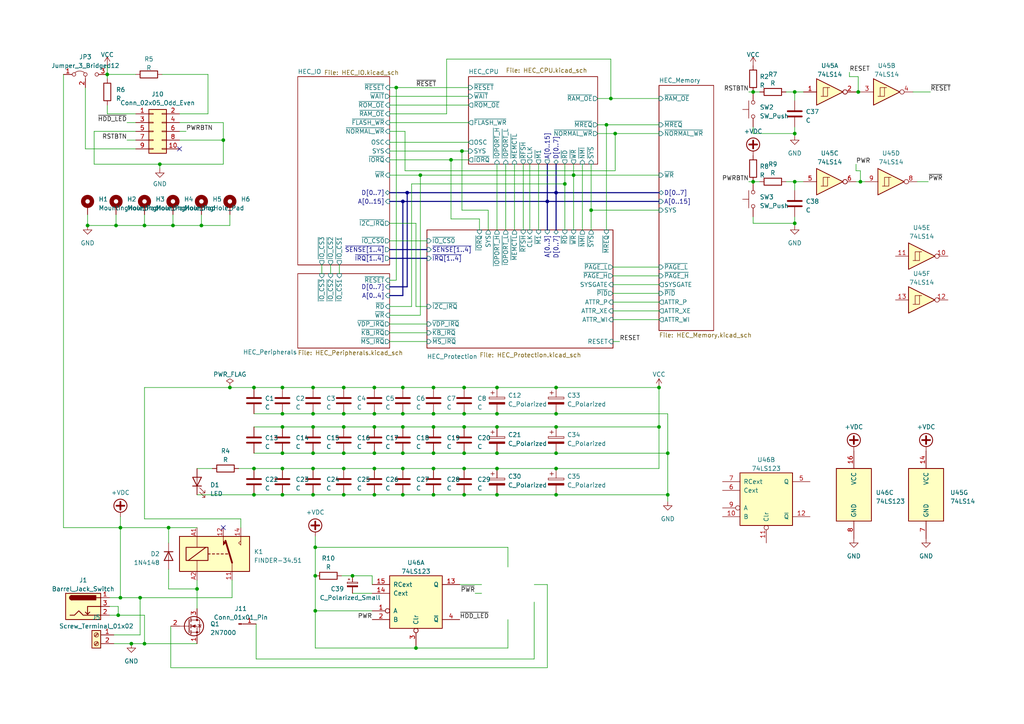
<source format=kicad_sch>
(kicad_sch (version 20230121) (generator eeschema)
  (paper "A4")
  (junction (at 57.15 170.815))
  (junction (at 125.73 112.395))
  (junction (at 144.145 123.825))
  (junction (at 116.84 120.015))
  (junction (at 66.675 112.395))
  (junction (at 121.92 50.8))
  (junction (at 120.65 187.96))
  (junction (at 108.585 120.015))
  (junction (at 166.37 50.8))
  (junction (at 249.555 52.705))
  (junction (at 163.83 53.34))
  (junction (at 230.505 52.705))
  (junction (at 230.505 26.67))
  (junction (at 218.44 52.705))
  (junction (at 161.29 55.88))
  (junction (at 99.695 135.89))
  (junction (at 125.73 135.89))
  (junction (at 218.44 26.67))
  (junction (at 81.915 143.51))
  (junction (at 90.805 135.89))
  (junction (at 25.4 65.405))
  (junction (at 64.77 40.64))
  (junction (at 91.44 158.75))
  (junction (at 134.62 131.445))
  (junction (at 81.915 131.445))
  (junction (at 31.115 21.59))
  (junction (at 193.675 131.445))
  (junction (at 90.805 131.445))
  (junction (at 81.915 123.825))
  (junction (at 116.84 135.89))
  (junction (at 161.29 131.445))
  (junction (at 99.695 112.395))
  (junction (at 133.985 43.815))
  (junction (at 178.435 38.735))
  (junction (at 91.44 167.005))
  (junction (at 134.62 143.51))
  (junction (at 41.91 65.405))
  (junction (at 125.73 131.445))
  (junction (at 116.84 58.42))
  (junction (at 171.45 60.96))
  (junction (at 134.62 123.825))
  (junction (at 58.42 65.405))
  (junction (at 118.11 55.88))
  (junction (at 73.66 143.51))
  (junction (at 90.805 143.51))
  (junction (at 116.84 143.51))
  (junction (at 108.585 112.395))
  (junction (at 161.29 143.51))
  (junction (at 34.925 173.355))
  (junction (at 102.235 167.005))
  (junction (at 134.62 135.89))
  (junction (at 191.135 112.395))
  (junction (at 144.145 143.51))
  (junction (at 48.895 153.035))
  (junction (at 90.805 112.395))
  (junction (at 99.695 131.445))
  (junction (at 40.64 173.355))
  (junction (at 108.585 123.825))
  (junction (at 99.695 120.015))
  (junction (at 73.66 112.395))
  (junction (at 90.805 120.015))
  (junction (at 161.29 135.89))
  (junction (at 144.145 112.395))
  (junction (at 91.44 177.165))
  (junction (at 144.145 131.445))
  (junction (at 108.585 131.445))
  (junction (at 158.75 58.42))
  (junction (at 144.145 120.015))
  (junction (at 230.505 64.77))
  (junction (at 108.585 135.89))
  (junction (at 34.29 178.435))
  (junction (at 125.73 120.015))
  (junction (at 193.675 143.51))
  (junction (at 161.29 112.395))
  (junction (at 230.505 38.735))
  (junction (at 34.925 153.035))
  (junction (at 90.805 123.825))
  (junction (at 81.915 112.395))
  (junction (at 41.91 186.69))
  (junction (at 248.92 26.67))
  (junction (at 134.62 120.015))
  (junction (at 99.695 123.825))
  (junction (at 108.585 143.51))
  (junction (at 125.73 143.51))
  (junction (at 134.62 112.395))
  (junction (at 116.84 123.825))
  (junction (at 144.145 135.89))
  (junction (at 38.1 186.69))
  (junction (at 81.915 135.89))
  (junction (at 161.29 123.825))
  (junction (at 46.355 47.625))
  (junction (at 175.895 36.195))
  (junction (at 177.165 28.575))
  (junction (at 73.66 135.89))
  (junction (at 130.81 46.355))
  (junction (at 116.84 131.445))
  (junction (at 114.935 25.4))
  (junction (at 191.135 123.825))
  (junction (at 116.84 112.395))
  (junction (at 99.695 143.51))
  (junction (at 33.655 65.405))
  (junction (at 125.73 123.825))
  (junction (at 81.915 120.015))
  (junction (at 50.165 65.405))
  (junction (at 161.29 120.015))
  (no_connect (at 64.77 153.035))
  (no_connect (at 52.07 43.18))
  (wire (pts (xy 90.805 112.395) (xy 99.695 112.395)))
  (wire (pts (xy 46.99 21.59) (xy 60.325 21.59)))
  (wire (pts (xy 129.54 33.02) (xy 113.03 33.02)))
  (wire (pts (xy 102.235 167.005) (xy 107.95 167.005)))
  (wire (pts (xy 108.585 120.015) (xy 116.84 120.015)))
  (wire (pts (xy 91.44 167.005) (xy 91.44 177.165)))
  (wire (pts (xy 230.505 36.83) (xy 230.505 38.735)))
  (wire (pts (xy 52.07 40.64) (xy 64.77 40.64)))
  (wire (pts (xy 130.81 63.5) (xy 130.81 46.355)))
  (wire (pts (xy 125.73 112.395) (xy 134.62 112.395)))
  (wire (pts (xy 217.17 26.67) (xy 218.44 26.67)))
  (wire (pts (xy 33.655 65.405) (xy 41.91 65.405)))
  (wire (pts (xy 230.505 64.77) (xy 230.505 65.405)))
  (wire (pts (xy 193.675 145.415) (xy 193.675 143.51)))
  (wire (pts (xy 114.935 25.4) (xy 135.89 25.4)))
  (wire (pts (xy 48.895 170.815) (xy 57.15 170.815)))
  (wire (pts (xy 156.21 47.625) (xy 156.21 66.675)))
  (wire (pts (xy 90.805 135.89) (xy 99.695 135.89)))
  (wire (pts (xy 81.915 120.015) (xy 90.805 120.015)))
  (wire (pts (xy 134.62 143.51) (xy 144.145 143.51)))
  (wire (pts (xy 117.475 38.1) (xy 113.03 38.1)))
  (wire (pts (xy 175.895 36.195) (xy 191.135 36.195)))
  (wire (pts (xy 178.435 49.53) (xy 117.475 49.53)))
  (wire (pts (xy 177.8 85.09) (xy 191.135 85.09)))
  (wire (pts (xy 113.03 93.98) (xy 123.825 93.98)))
  (wire (pts (xy 33.02 184.15) (xy 40.64 184.15)))
  (wire (pts (xy 41.91 150.495) (xy 41.91 112.395)))
  (wire (pts (xy 248.285 52.705) (xy 249.555 52.705)))
  (wire (pts (xy 113.03 30.48) (xy 135.89 30.48)))
  (wire (pts (xy 67.31 173.355) (xy 40.64 173.355)))
  (wire (pts (xy 144.145 123.825) (xy 161.29 123.825)))
  (wire (pts (xy 173.355 36.195) (xy 175.895 36.195)))
  (wire (pts (xy 108.585 135.89) (xy 116.84 135.89)))
  (wire (pts (xy 41.91 112.395) (xy 66.675 112.395)))
  (wire (pts (xy 66.675 62.23) (xy 66.675 65.405)))
  (wire (pts (xy 177.8 82.55) (xy 191.135 82.55)))
  (wire (pts (xy 99.695 120.015) (xy 108.585 120.015)))
  (bus (pts (xy 161.29 47.625) (xy 161.29 55.88)))
  (wire (pts (xy 139.065 66.675) (xy 139.065 63.5)))
  (wire (pts (xy 161.29 112.395) (xy 191.135 112.395)))
  (wire (pts (xy 48.895 153.035) (xy 57.15 153.035)))
  (wire (pts (xy 218.44 52.705) (xy 220.345 52.705)))
  (wire (pts (xy 218.44 36.83) (xy 218.44 38.735)))
  (wire (pts (xy 34.925 173.355) (xy 34.925 153.035)))
  (wire (pts (xy 266.065 52.705) (xy 269.24 52.705)))
  (wire (pts (xy 120.65 187.96) (xy 147.32 187.96)))
  (wire (pts (xy 248.285 49.53) (xy 249.555 49.53)))
  (wire (pts (xy 108.585 131.445) (xy 116.84 131.445)))
  (wire (pts (xy 113.03 25.4) (xy 114.935 25.4)))
  (wire (pts (xy 57.15 168.275) (xy 57.15 170.815)))
  (wire (pts (xy 177.165 28.575) (xy 191.135 28.575)))
  (wire (pts (xy 41.91 65.405) (xy 50.165 65.405)))
  (wire (pts (xy 99.695 135.89) (xy 108.585 135.89)))
  (wire (pts (xy 153.67 47.625) (xy 153.67 66.675)))
  (wire (pts (xy 125.73 135.89) (xy 134.62 135.89)))
  (wire (pts (xy 116.84 120.015) (xy 125.73 120.015)))
  (wire (pts (xy 49.53 193.675) (xy 158.75 193.675)))
  (wire (pts (xy 119.38 53.34) (xy 163.83 53.34)))
  (wire (pts (xy 49.53 181.61) (xy 49.53 193.675)))
  (wire (pts (xy 116.84 112.395) (xy 125.73 112.395)))
  (wire (pts (xy 64.77 35.56) (xy 52.07 35.56)))
  (bus (pts (xy 113.03 85.725) (xy 116.84 85.725)))
  (wire (pts (xy 113.03 88.9) (xy 119.38 88.9)))
  (wire (pts (xy 40.64 173.355) (xy 40.64 184.15)))
  (wire (pts (xy 248.285 47.625) (xy 248.285 49.53)))
  (wire (pts (xy 121.92 50.8) (xy 166.37 50.8)))
  (wire (pts (xy 154.94 174.625) (xy 154.94 191.135)))
  (wire (pts (xy 113.03 43.815) (xy 133.985 43.815)))
  (wire (pts (xy 67.31 168.275) (xy 67.31 173.355)))
  (wire (pts (xy 246.38 20.955) (xy 246.38 22.225)))
  (wire (pts (xy 144.145 120.015) (xy 161.29 120.015)))
  (wire (pts (xy 134.62 135.89) (xy 144.145 135.89)))
  (wire (pts (xy 108.585 143.51) (xy 116.84 143.51)))
  (wire (pts (xy 144.145 47.625) (xy 144.145 66.675)))
  (wire (pts (xy 134.62 131.445) (xy 144.145 131.445)))
  (wire (pts (xy 120.65 187.96) (xy 120.65 187.325)))
  (wire (pts (xy 64.77 47.625) (xy 64.77 40.64)))
  (wire (pts (xy 91.44 187.96) (xy 120.65 187.96)))
  (wire (pts (xy 91.44 177.165) (xy 91.44 187.96)))
  (wire (pts (xy 107.95 177.165) (xy 91.44 177.165)))
  (wire (pts (xy 98.425 76.835) (xy 98.425 79.375)))
  (wire (pts (xy 113.03 99.06) (xy 123.825 99.06)))
  (wire (pts (xy 133.35 169.545) (xy 139.7 169.545)))
  (wire (pts (xy 69.85 150.495) (xy 41.91 150.495)))
  (wire (pts (xy 133.985 43.815) (xy 135.89 43.815)))
  (bus (pts (xy 158.75 47.625) (xy 158.75 58.42)))
  (wire (pts (xy 60.325 33.02) (xy 60.325 21.59)))
  (wire (pts (xy 125.73 120.015) (xy 134.62 120.015)))
  (wire (pts (xy 91.44 155.575) (xy 91.44 158.75)))
  (wire (pts (xy 27.305 38.1) (xy 27.305 47.625)))
  (wire (pts (xy 34.925 153.035) (xy 34.925 149.86)))
  (wire (pts (xy 166.37 50.8) (xy 191.135 50.8)))
  (wire (pts (xy 114.935 25.4) (xy 114.935 81.28)))
  (wire (pts (xy 177.165 17.145) (xy 129.54 17.145)))
  (wire (pts (xy 120.65 64.77) (xy 120.65 88.9)))
  (wire (pts (xy 147.32 179.705) (xy 147.32 187.96)))
  (wire (pts (xy 163.83 47.625) (xy 163.83 53.34)))
  (wire (pts (xy 50.165 62.23) (xy 50.165 65.405)))
  (wire (pts (xy 31.75 178.435) (xy 34.29 178.435)))
  (wire (pts (xy 64.77 40.64) (xy 64.77 35.56)))
  (wire (pts (xy 113.03 35.56) (xy 135.89 35.56)))
  (wire (pts (xy 134.62 123.825) (xy 144.145 123.825)))
  (wire (pts (xy 116.84 131.445) (xy 125.73 131.445)))
  (wire (pts (xy 149.225 47.625) (xy 149.225 66.675)))
  (bus (pts (xy 158.75 58.42) (xy 158.75 66.675)))
  (wire (pts (xy 191.135 123.825) (xy 191.135 135.89)))
  (bus (pts (xy 113.03 55.88) (xy 118.11 55.88)))
  (wire (pts (xy 144.145 112.395) (xy 161.29 112.395)))
  (wire (pts (xy 173.355 28.575) (xy 177.165 28.575)))
  (wire (pts (xy 108.585 112.395) (xy 116.84 112.395)))
  (wire (pts (xy 66.675 112.395) (xy 73.66 112.395)))
  (wire (pts (xy 95.885 76.835) (xy 95.885 79.375)))
  (wire (pts (xy 230.505 29.21) (xy 230.505 26.67)))
  (wire (pts (xy 218.44 38.735) (xy 230.505 38.735)))
  (wire (pts (xy 246.38 22.225) (xy 248.92 22.225)))
  (wire (pts (xy 134.62 120.015) (xy 144.145 120.015)))
  (wire (pts (xy 141.605 60.96) (xy 133.985 60.96)))
  (wire (pts (xy 73.66 123.825) (xy 81.915 123.825)))
  (wire (pts (xy 249.555 49.53) (xy 249.555 52.705)))
  (wire (pts (xy 113.03 64.77) (xy 120.65 64.77)))
  (wire (pts (xy 116.84 123.825) (xy 125.73 123.825)))
  (wire (pts (xy 168.91 47.625) (xy 168.91 66.675)))
  (wire (pts (xy 161.29 120.015) (xy 193.675 120.015)))
  (wire (pts (xy 146.685 47.625) (xy 146.685 66.675)))
  (wire (pts (xy 113.03 69.85) (xy 123.825 69.85)))
  (wire (pts (xy 73.66 135.89) (xy 81.915 135.89)))
  (wire (pts (xy 141.605 66.675) (xy 141.605 60.96)))
  (wire (pts (xy 177.165 28.575) (xy 177.165 17.145)))
  (wire (pts (xy 161.29 131.445) (xy 193.675 131.445)))
  (wire (pts (xy 31.115 33.02) (xy 39.37 33.02)))
  (wire (pts (xy 90.805 131.445) (xy 99.695 131.445)))
  (bus (pts (xy 158.75 58.42) (xy 191.135 58.42)))
  (wire (pts (xy 31.115 21.59) (xy 31.115 22.86)))
  (wire (pts (xy 41.91 62.23) (xy 41.91 65.405)))
  (bus (pts (xy 118.11 55.88) (xy 161.29 55.88)))
  (wire (pts (xy 191.135 112.395) (xy 191.135 123.825)))
  (wire (pts (xy 90.805 120.015) (xy 99.695 120.015)))
  (wire (pts (xy 34.29 178.435) (xy 41.91 178.435)))
  (wire (pts (xy 230.505 62.865) (xy 230.505 64.77)))
  (wire (pts (xy 38.1 186.69) (xy 41.91 186.69)))
  (wire (pts (xy 125.73 131.445) (xy 134.62 131.445)))
  (wire (pts (xy 116.84 143.51) (xy 125.73 143.51)))
  (wire (pts (xy 121.92 91.44) (xy 121.92 50.8)))
  (wire (pts (xy 34.925 153.035) (xy 48.895 153.035)))
  (wire (pts (xy 191.135 60.96) (xy 171.45 60.96)))
  (wire (pts (xy 217.17 52.705) (xy 218.44 52.705)))
  (wire (pts (xy 249.555 52.705) (xy 250.825 52.705)))
  (wire (pts (xy 230.505 26.67) (xy 233.045 26.67)))
  (wire (pts (xy 81.915 135.89) (xy 90.805 135.89)))
  (wire (pts (xy 46.355 47.625) (xy 64.77 47.625)))
  (wire (pts (xy 81.915 123.825) (xy 90.805 123.825)))
  (wire (pts (xy 52.07 38.1) (xy 53.975 38.1)))
  (wire (pts (xy 144.145 143.51) (xy 161.29 143.51)))
  (wire (pts (xy 218.44 64.77) (xy 230.505 64.77)))
  (wire (pts (xy 99.695 143.51) (xy 108.585 143.51)))
  (wire (pts (xy 177.8 80.01) (xy 191.135 80.01)))
  (wire (pts (xy 248.92 22.225) (xy 248.92 26.67)))
  (bus (pts (xy 161.29 55.88) (xy 161.29 66.675)))
  (wire (pts (xy 120.65 88.9) (xy 123.825 88.9)))
  (wire (pts (xy 177.8 77.47) (xy 191.135 77.47)))
  (wire (pts (xy 81.915 143.51) (xy 90.805 143.51)))
  (wire (pts (xy 177.8 92.71) (xy 191.135 92.71)))
  (wire (pts (xy 130.81 46.355) (xy 135.89 46.355)))
  (wire (pts (xy 137.795 172.085) (xy 139.7 172.085)))
  (wire (pts (xy 161.29 143.51) (xy 193.675 143.51)))
  (wire (pts (xy 31.75 173.355) (xy 34.925 173.355)))
  (wire (pts (xy 91.44 158.75) (xy 91.44 167.005)))
  (wire (pts (xy 130.81 63.5) (xy 139.065 63.5)))
  (wire (pts (xy 93.345 76.835) (xy 93.345 79.375)))
  (bus (pts (xy 116.84 58.42) (xy 158.75 58.42)))
  (wire (pts (xy 57.15 170.815) (xy 57.15 176.53)))
  (wire (pts (xy 99.06 167.005) (xy 102.235 167.005)))
  (bus (pts (xy 118.11 83.185) (xy 118.11 55.88)))
  (wire (pts (xy 175.895 36.195) (xy 175.895 66.675)))
  (wire (pts (xy 31.115 19.05) (xy 31.115 21.59)))
  (wire (pts (xy 158.75 169.545) (xy 154.94 169.545)))
  (wire (pts (xy 25.4 62.23) (xy 25.4 65.405)))
  (wire (pts (xy 18.415 21.59) (xy 18.415 153.035)))
  (wire (pts (xy 31.115 30.48) (xy 31.115 33.02)))
  (wire (pts (xy 178.435 38.735) (xy 178.435 49.53)))
  (wire (pts (xy 52.07 33.02) (xy 60.325 33.02)))
  (wire (pts (xy 33.02 186.69) (xy 38.1 186.69)))
  (wire (pts (xy 125.73 143.51) (xy 134.62 143.51)))
  (wire (pts (xy 248.285 26.67) (xy 248.92 26.67)))
  (wire (pts (xy 129.54 17.145) (xy 129.54 33.02)))
  (wire (pts (xy 107.95 167.005) (xy 107.95 169.545)))
  (wire (pts (xy 99.695 131.445) (xy 108.585 131.445)))
  (bus (pts (xy 161.29 55.88) (xy 191.135 55.88)))
  (wire (pts (xy 90.805 143.51) (xy 99.695 143.51)))
  (wire (pts (xy 193.675 143.51) (xy 193.675 131.445)))
  (wire (pts (xy 113.03 96.52) (xy 123.825 96.52)))
  (wire (pts (xy 73.66 112.395) (xy 81.915 112.395)))
  (wire (pts (xy 31.75 175.895) (xy 34.29 175.895)))
  (bus (pts (xy 113.03 58.42) (xy 116.84 58.42)))
  (wire (pts (xy 48.895 153.035) (xy 48.895 157.48)))
  (wire (pts (xy 81.915 131.445) (xy 90.805 131.445)))
  (wire (pts (xy 227.965 52.705) (xy 230.505 52.705)))
  (wire (pts (xy 24.765 25.4) (xy 24.765 43.18)))
  (wire (pts (xy 108.585 123.825) (xy 116.84 123.825)))
  (wire (pts (xy 36.83 40.64) (xy 39.37 40.64)))
  (wire (pts (xy 113.03 41.275) (xy 135.89 41.275)))
  (wire (pts (xy 99.695 112.395) (xy 108.585 112.395)))
  (wire (pts (xy 230.505 55.245) (xy 230.505 52.705)))
  (wire (pts (xy 264.795 26.67) (xy 269.875 26.67)))
  (wire (pts (xy 81.915 112.395) (xy 90.805 112.395)))
  (wire (pts (xy 158.75 193.675) (xy 158.75 169.545)))
  (wire (pts (xy 74.295 191.135) (xy 74.295 180.975)))
  (wire (pts (xy 154.94 191.135) (xy 74.295 191.135)))
  (bus (pts (xy 113.03 74.93) (xy 123.825 74.93)))
  (wire (pts (xy 144.145 131.445) (xy 161.29 131.445)))
  (wire (pts (xy 171.45 60.96) (xy 171.45 66.675)))
  (wire (pts (xy 218.44 62.865) (xy 218.44 64.77)))
  (wire (pts (xy 171.45 47.625) (xy 171.45 60.96)))
  (wire (pts (xy 178.435 38.735) (xy 191.135 38.735)))
  (wire (pts (xy 73.66 120.015) (xy 81.915 120.015)))
  (wire (pts (xy 151.765 47.625) (xy 151.765 66.675)))
  (wire (pts (xy 57.15 135.89) (xy 61.595 135.89)))
  (wire (pts (xy 133.985 60.96) (xy 133.985 43.815)))
  (wire (pts (xy 46.355 48.895) (xy 46.355 47.625)))
  (wire (pts (xy 58.42 65.405) (xy 66.675 65.405)))
  (wire (pts (xy 113.03 46.355) (xy 130.81 46.355)))
  (wire (pts (xy 99.695 123.825) (xy 108.585 123.825)))
  (wire (pts (xy 113.03 50.8) (xy 121.92 50.8)))
  (wire (pts (xy 230.505 52.705) (xy 233.045 52.705)))
  (wire (pts (xy 119.38 88.9) (xy 119.38 53.34)))
  (wire (pts (xy 69.215 135.89) (xy 73.66 135.89)))
  (wire (pts (xy 34.925 173.355) (xy 40.64 173.355)))
  (wire (pts (xy 58.42 62.23) (xy 58.42 65.405)))
  (wire (pts (xy 18.415 153.035) (xy 34.925 153.035)))
  (bus (pts (xy 116.84 85.725) (xy 116.84 58.42)))
  (wire (pts (xy 31.115 21.59) (xy 39.37 21.59)))
  (wire (pts (xy 218.44 26.67) (xy 220.345 26.67)))
  (wire (pts (xy 147.32 164.465) (xy 147.32 158.75)))
  (wire (pts (xy 33.655 62.23) (xy 33.655 65.405)))
  (wire (pts (xy 27.305 47.625) (xy 46.355 47.625)))
  (wire (pts (xy 134.62 112.395) (xy 144.145 112.395)))
  (wire (pts (xy 166.37 47.625) (xy 166.37 50.8)))
  (wire (pts (xy 144.145 135.89) (xy 161.29 135.89)))
  (bus (pts (xy 113.03 72.39) (xy 123.825 72.39)))
  (wire (pts (xy 177.8 87.63) (xy 191.135 87.63)))
  (wire (pts (xy 161.29 123.825) (xy 191.135 123.825)))
  (wire (pts (xy 36.83 35.56) (xy 39.37 35.56)))
  (wire (pts (xy 117.475 49.53) (xy 117.475 38.1)))
  (wire (pts (xy 39.37 38.1) (xy 27.305 38.1)))
  (wire (pts (xy 24.765 43.18) (xy 39.37 43.18)))
  (wire (pts (xy 125.73 123.825) (xy 134.62 123.825)))
  (wire (pts (xy 177.8 90.17) (xy 191.135 90.17)))
  (wire (pts (xy 173.355 38.735) (xy 178.435 38.735)))
  (wire (pts (xy 227.965 26.67) (xy 230.505 26.67)))
  (wire (pts (xy 41.91 186.69) (xy 57.15 186.69)))
  (wire (pts (xy 34.29 178.435) (xy 34.29 175.895)))
  (wire (pts (xy 248.92 26.67) (xy 249.555 26.67)))
  (wire (pts (xy 161.29 135.89) (xy 191.135 135.89)))
  (wire (pts (xy 69.85 153.035) (xy 69.85 150.495)))
  (wire (pts (xy 48.895 165.1) (xy 48.895 170.815)))
  (wire (pts (xy 166.37 50.8) (xy 166.37 66.675)))
  (wire (pts (xy 90.805 123.825) (xy 99.695 123.825)))
  (wire (pts (xy 41.91 178.435) (xy 41.91 186.69)))
  (wire (pts (xy 177.8 99.06) (xy 179.705 99.06)))
  (wire (pts (xy 113.03 27.94) (xy 135.89 27.94)))
  (wire (pts (xy 73.66 143.51) (xy 81.915 143.51)))
  (wire (pts (xy 230.505 38.735) (xy 230.505 39.37)))
  (wire (pts (xy 114.935 81.28) (xy 113.03 81.28)))
  (wire (pts (xy 116.84 135.89) (xy 125.73 135.89)))
  (wire (pts (xy 73.66 131.445) (xy 81.915 131.445)))
  (bus (pts (xy 113.03 83.185) (xy 118.11 83.185)))
  (wire (pts (xy 57.15 143.51) (xy 73.66 143.51)))
  (wire (pts (xy 50.165 65.405) (xy 58.42 65.405)))
  (wire (pts (xy 113.03 91.44) (xy 121.92 91.44)))
  (wire (pts (xy 147.32 158.75) (xy 91.44 158.75)))
  (wire (pts (xy 102.235 172.085) (xy 107.95 172.085)))
  (wire (pts (xy 25.4 65.405) (xy 33.655 65.405)))
  (wire (pts (xy 163.83 53.34) (xy 163.83 66.675)))
  (wire (pts (xy 193.675 131.445) (xy 193.675 120.015)))
  (label "PWR" (at 248.285 47.625 0))
  (label "~{PWR}" (at 137.795 172.085 180))
  (label "RSTBTN" (at 217.17 26.67 180))
  (label "~{PWR}" (at 269.24 52.705 0))
  (label "PWR" (at 107.95 179.705 180))
  (label "~{HDD_LED}" (at 36.83 35.56 180))
  (label "RSTBTN" (at 36.83 40.64 180))
  (label "~{HDD_LED}" (at 133.35 179.705 0))
  (label "PWRBTN" (at 217.17 52.705 180))
  (label "PWRBTN" (at 53.975 38.1 0))
  (label "RESET" (at 246.38 20.955 0))
  (label "~{RESET}" (at 120.65 25.4 0))
  (label "~{RESET}" (at 269.875 26.67 0))
  (label "RESET" (at 179.705 99.06 0))
  (symbol (lib_id "74xx:74LS123") (at 120.65 174.625 0) (unit 1)
    (property "Reference" "U46" (at 120.65 163.195 0))
    (property "Value" "74LS123" (at 120.65 165.735 0))
    (property "Datasheet" "http://www.ti.com/lit/gpn/sn74LS123" (effects hide))
  )
  (symbol (lib_id "74xx:74LS14") (at 257.175 26.67 0) (unit 2)
    (property "Reference" "U45" (at 257.175 19.05 0))
    (property "Value" "74LS14" (at 257.175 21.59 0))
    (property "Datasheet" "http://www.ti.com/lit/gpn/sn74LS14" (effects hide))
  )
  (symbol (lib_id "Device:R") (at 43.18 21.59 90) (unit 1)
    (property "Reference" "R5" (at 43.18 17.145 90))
    (property "Value" "R" (at 43.18 19.685 90))
  )
  (symbol (lib_id "power:GND") (at 230.505 65.405 0) (unit 1)
    (property "Reference" "#PWR0137" (effects hide))
    (property "Value" "GND" (at 230.505 70.485 0))
  )
  (symbol (lib_id "Device:C") (at 99.695 116.205 0) (unit 1)
    (property "Reference" "C4" (at 103.505 115.57 0) (effects (justify left)))
    (property "Value" "C" (at 103.505 118.11 0) (effects (justify left)))
    (property "Footprint" "Capacitor_THT:C_Disc_D7.0mm_W2.5mm_P5.00mm" (effects hide))
  )
  (symbol (lib_id "Device:C") (at 125.73 116.205 0) (unit 1)
    (property "Reference" "C7" (at 129.54 115.57 0) (effects (justify left)))
    (property "Value" "C" (at 129.54 118.11 0) (effects (justify left)))
    (property "Footprint" "Capacitor_THT:C_Disc_D7.0mm_W2.5mm_P5.00mm" (effects hide))
  )
  (symbol (lib_id "power:GND") (at 38.1 186.69 0) (unit 1)
    (property "Reference" "#PWR0133" (effects hide))
    (property "Value" "GND" (at 38.1 191.77 0))
  )
  (symbol (lib_id "Device:C_Polarized_Small") (at 102.235 169.545 0) (unit 1)
    (property "Reference" "C39" (at 95.885 170.815 0) (effects (justify left)))
    (property "Value" "C_Polarized_Small" (at 92.71 173.355 0) (effects (justify left)))
  )
  (symbol (lib_id "power:+VDC") (at 218.44 45.085 0) (unit 1)
    (property "Reference" "#PWR0135" (effects hide))
    (property "Value" "+VDC" (at 218.44 38.1 0))
  )
  (symbol (lib_id "power:GND") (at 193.675 145.415 0) (unit 1)
    (property "Reference" "#PWR058" (effects hide))
    (property "Value" "GND" (at 193.675 150.495 0))
  )
  (symbol (lib_id "74xx:74LS14") (at 267.335 74.295 0) (unit 5)
    (property "Reference" "U45" (at 267.335 66.04 0))
    (property "Value" "74LS14" (at 267.335 68.58 0))
    (property "Datasheet" "http://www.ti.com/lit/gpn/sn74LS14" (effects hide))
  )
  (symbol (lib_id "Device:C") (at 125.73 139.7 0) (unit 1)
    (property "Reference" "C28" (at 129.54 139.065 0) (effects (justify left)))
    (property "Value" "C" (at 129.54 141.605 0) (effects (justify left)))
    (property "Footprint" "Capacitor_THT:C_Disc_D7.0mm_W2.5mm_P5.00mm" (effects hide))
  )
  (symbol (lib_id "power:+VDC") (at 91.44 155.575 0) (unit 1)
    (property "Reference" "#PWR0143" (effects hide))
    (property "Value" "+VDC" (at 91.44 148.59 0))
  )
  (symbol (lib_id "Mechanical:MountingHole_Pad") (at 25.4 59.69 0) (unit 1)
    (property "Reference" "H1" (at 28.575 57.785 0) (effects (justify left)))
    (property "Value" "MountingHole_Pad" (at 28.575 60.325 0) (effects (justify left)))
    (property "Footprint" "MountingHole:MountingHole_3.2mm_M3_Pad_Via" (effects hide))
  )
  (symbol (lib_id "power:VCC") (at 218.44 19.05 0) (unit 1)
    (property "Reference" "#PWR0111" (effects hide))
    (property "Value" "VCC" (at 218.44 15.875 0))
  )
  (symbol (lib_id "Device:C") (at 116.84 116.205 0) (unit 1)
    (property "Reference" "C6" (at 120.65 115.57 0) (effects (justify left)))
    (property "Value" "C" (at 120.65 118.11 0) (effects (justify left)))
    (property "Footprint" "Capacitor_THT:C_Disc_D7.0mm_W2.5mm_P5.00mm" (effects hide))
  )
  (symbol (lib_id "74xx:74LS14") (at 240.665 26.67 0) (unit 1)
    (property "Reference" "U45" (at 240.665 19.05 0))
    (property "Value" "74LS14" (at 240.665 21.59 0))
    (property "Datasheet" "http://www.ti.com/lit/gpn/sn74LS14" (effects hide))
  )
  (symbol (lib_id "power:+VDC") (at 34.925 149.86 0) (unit 1)
    (property "Reference" "#PWR0138" (effects hide))
    (property "Value" "+VDC" (at 34.925 142.875 0))
  )
  (symbol (lib_id "Jumper:Jumper_3_Bridged12") (at 24.765 21.59 0) (unit 1)
    (property "Reference" "JP3" (at 24.765 16.51 0))
    (property "Value" "Jumper_3_Bridged12" (at 24.765 19.05 0))
  )
  (symbol (lib_id "power:PWR_FLAG") (at 66.675 112.395 0) (unit 1)
    (property "Reference" "#FLG01" (effects hide))
    (property "Value" "PWR_FLAG" (at 66.675 108.585 0))
  )
  (symbol (lib_id "Connector:Barrel_Jack_Switch") (at 24.13 175.895 0) (unit 1)
    (property "Reference" "J1" (at 24.13 168.275 0))
    (property "Value" "Barrel_Jack_Switch" (at 24.13 170.815 0))
    (property "Footprint" "Connector_BarrelJack:BarrelJack_Kycon_KLDX-0202-xC_Horizontal" (effects hide))
  )
  (symbol (lib_id "Device:C") (at 108.585 127.635 0) (unit 1)
    (property "Reference" "C17" (at 111.76 127 0) (effects (justify left)))
    (property "Value" "C" (at 111.76 129.54 0) (effects (justify left)))
    (property "Footprint" "Capacitor_THT:C_Disc_D7.0mm_W2.5mm_P5.00mm" (effects hide))
  )
  (symbol (lib_id "Mechanical:MountingHole_Pad") (at 66.675 59.69 0) (unit 1)
    (property "Reference" "H6" (at 69.85 57.785 0) (effects (justify left)))
    (property "Value" "MountingHole_Pad" (effects hide))
    (property "Footprint" "MountingHole:MountingHole_3.2mm_M3_Pad_Via" (effects hide))
  )
  (symbol (lib_id "power:+VDC") (at 268.605 130.81 0) (unit 1)
    (property "Reference" "#PWR0140" (effects hide))
    (property "Value" "+VDC" (at 268.605 123.825 0))
  )
  (symbol (lib_id "Device:C") (at 116.84 139.7 0) (unit 1)
    (property "Reference" "C27" (at 120.65 139.065 0) (effects (justify left)))
    (property "Value" "C" (at 120.65 141.605 0) (effects (justify left)))
    (property "Footprint" "Capacitor_THT:C_Disc_D7.0mm_W2.5mm_P5.00mm" (effects hide))
  )
  (symbol (lib_id "Device:LED") (at 57.15 139.7 90) (unit 1)
    (property "Reference" "D1" (at 60.96 140.6525 90) (effects (justify right)))
    (property "Value" "LED" (at 60.96 143.1925 90) (effects (justify right)))
    (property "Footprint" "LED_THT:LED_D3.0mm" (effects hide))
  )
  (symbol (lib_id "Device:C") (at 90.805 116.205 0) (unit 1)
    (property "Reference" "C3" (at 94.615 115.57 0) (effects (justify left)))
    (property "Value" "C" (at 94.615 118.11 0) (effects (justify left)))
    (property "Footprint" "Capacitor_THT:C_Disc_D7.0mm_W2.5mm_P5.00mm" (effects hide))
  )
  (symbol (lib_id "Connector:Conn_01x01_Pin") (at 69.215 180.975 0) (unit 1)
    (property "Reference" "J11" (at 69.85 176.53 0))
    (property "Value" "Conn_01x01_Pin" (at 69.85 179.07 0))
    (property "Footprint" "Connector_PinHeader_2.54mm:PinHeader_1x01_P2.54mm_Vertical" (effects hide))
  )
  (symbol (lib_id "Device:R") (at 218.44 22.86 0) (unit 1)
    (property "Reference" "R2" (at 220.345 22.225 0) (effects (justify left)))
    (property "Value" "R" (at 220.345 24.765 0) (effects (justify left)))
  )
  (symbol (lib_id "Device:R") (at 95.25 167.005 90) (unit 1)
    (property "Reference" "R10" (at 95.25 161.925 90))
    (property "Value" "R" (at 95.25 164.465 90))
  )
  (symbol (lib_id "Device:C_Polarized") (at 161.29 127.635 0) (unit 1)
    (property "Reference" "C34" (at 164.465 126.111 0) (effects (justify left)))
    (property "Value" "C_Polarized" (at 164.465 128.651 0) (effects (justify left)))
    (property "Footprint" "Capacitor_THT:CP_Radial_D10.0mm_P5.00mm" (effects hide))
  )
  (symbol (lib_id "Relay:FINDER-34.51") (at 62.23 160.655 0) (unit 1)
    (property "Reference" "K1" (at 73.66 160.02 0) (effects (justify left)))
    (property "Value" "FINDER-34.51" (at 73.66 162.56 0) (effects (justify left)))
    (property "Footprint" "Relay_THT:Relay_SPDT_Finder_34.51_Vertical" (effects hide))
    (property "Datasheet" "https://gfinder.findernet.com/public/attachments/34/EN/S34USAEN.pdf" (effects hide))
  )
  (symbol (lib_id "Device:C") (at 134.62 127.635 0) (unit 1)
    (property "Reference" "C20" (at 138.43 127 0) (effects (justify left)))
    (property "Value" "C" (at 138.43 129.54 0) (effects (justify left)))
    (property "Footprint" "Capacitor_THT:C_Disc_D7.0mm_W2.5mm_P5.00mm" (effects hide))
  )
  (symbol (lib_id "Connector:Screw_Terminal_01x02") (at 27.94 184.15 0) (mirror y) (unit 1)
    (property "Reference" "J5" (at 27.94 179.07 0))
    (property "Value" "Screw_Terminal_01x02" (at 27.94 181.61 0))
    (property "Footprint" "TerminalBlock_MetzConnect:TerminalBlock_MetzConnect_Type073_RT02602HBLU_1x02_P5.08mm_Horizontal" (effects hide))
  )
  (symbol (lib_id "Device:C") (at 134.62 139.7 0) (unit 1)
    (property "Reference" "C29" (at 138.43 139.065 0) (effects (justify left)))
    (property "Value" "C" (at 138.43 141.605 0) (effects (justify left)))
    (property "Footprint" "Capacitor_THT:C_Disc_D7.0mm_W2.5mm_P5.00mm" (effects hide))
  )
  (symbol (lib_id "power:VCC") (at 31.115 19.05 0) (unit 1)
    (property "Reference" "#PWR0109" (effects hide))
    (property "Value" "VCC" (at 31.115 15.875 0))
  )
  (symbol (lib_id "Device:C") (at 230.505 33.02 0) (unit 1)
    (property "Reference" "C37" (at 233.68 32.385 0) (effects (justify left)))
    (property "Value" "C" (at 233.68 34.925 0) (effects (justify left)))
  )
  (symbol (lib_id "Transistor_FET:2N7000") (at 54.61 181.61 0) (unit 1)
    (property "Reference" "Q1" (at 60.96 180.975 0) (effects (justify left)))
    (property "Value" "2N7000" (at 60.96 183.515 0) (effects (justify left)))
    (property "Footprint" "Package_TO_SOT_THT:TO-92_Inline" (effects hide))
    (property "Datasheet" "https://www.vishay.com/docs/70226/70226.pdf" (effects hide))
  )
  (symbol (lib_id "power:GND") (at 25.4 65.405 0) (unit 1)
    (property "Reference" "#PWR088" (effects hide))
    (property "Value" "GND" (at 25.4 70.485 0))
  )
  (symbol (lib_id "74xx:74LS14") (at 267.335 86.995 0) (unit 6)
    (property "Reference" "U45" (at 267.335 79.375 0))
    (property "Value" "74LS14" (at 267.335 81.915 0))
    (property "Datasheet" "http://www.ti.com/lit/gpn/sn74LS14" (effects hide))
  )
  (symbol (lib_id "Device:C") (at 73.66 116.205 0) (unit 1)
    (property "Reference" "C1" (at 76.835 115.57 0) (effects (justify left)))
    (property "Value" "C" (at 76.835 118.11 0) (effects (justify left)))
    (property "Footprint" "Capacitor_THT:C_Disc_D7.0mm_W2.5mm_P5.00mm" (effects hide))
  )
  (symbol (lib_id "Device:C") (at 90.805 139.7 0) (unit 1)
    (property "Reference" "C24" (at 94.615 139.065 0) (effects (justify left)))
    (property "Value" "C" (at 94.615 141.605 0) (effects (justify left)))
    (property "Footprint" "Capacitor_THT:C_Disc_D7.0mm_W2.5mm_P5.00mm" (effects hide))
  )
  (symbol (lib_id "Device:C_Polarized") (at 144.145 139.7 0) (unit 1)
    (property "Reference" "C30" (at 147.32 138.176 0) (effects (justify left)))
    (property "Value" "C_Polarized" (at 147.32 140.716 0) (effects (justify left)))
    (property "Footprint" "Capacitor_THT:CP_Radial_D10.0mm_P5.00mm" (effects hide))
  )
  (symbol (lib_id "Device:C") (at 108.585 116.205 0) (unit 1)
    (property "Reference" "C5" (at 111.76 115.57 0) (effects (justify left)))
    (property "Value" "C" (at 111.76 118.11 0) (effects (justify left)))
    (property "Footprint" "Capacitor_THT:C_Disc_D7.0mm_W2.5mm_P5.00mm" (effects hide))
  )
  (symbol (lib_id "74xx:74LS14") (at 268.605 143.51 0) (unit 7)
    (property "Reference" "U45" (at 275.59 142.875 0) (effects (justify left)))
    (property "Value" "74LS14" (at 275.59 145.415 0) (effects (justify left)))
    (property "Datasheet" "http://www.ti.com/lit/gpn/sn74LS14" (effects hide))
  )
  (symbol (lib_id "power:GND") (at 46.355 48.895 0) (unit 1)
    (property "Reference" "#PWR0128" (effects hide))
    (property "Value" "GND" (at 46.355 53.34 0))
  )
  (symbol (lib_id "Device:C") (at 90.805 127.635 0) (unit 1)
    (property "Reference" "C15" (at 94.615 127 0) (effects (justify left)))
    (property "Value" "C" (at 94.615 129.54 0) (effects (justify left)))
    (property "Footprint" "Capacitor_THT:C_Disc_D7.0mm_W2.5mm_P5.00mm" (effects hide))
  )
  (symbol (lib_id "Device:C") (at 108.585 139.7 0) (unit 1)
    (property "Reference" "C26" (at 111.76 139.065 0) (effects (justify left)))
    (property "Value" "C" (at 111.76 141.605 0) (effects (justify left)))
    (property "Footprint" "Capacitor_THT:C_Disc_D7.0mm_W2.5mm_P5.00mm" (effects hide))
  )
  (symbol (lib_id "Switch:SW_Push") (at 218.44 31.75 90) (mirror x) (unit 1)
    (property "Reference" "SW2" (at 220.345 31.115 90) (effects (justify right)))
    (property "Value" "SW_Push" (at 220.345 33.655 90) (effects (justify right)))
    (property "Footprint" "Button_Switch_THT:SW_PUSH_6mm" (effects hide))
  )
  (symbol (lib_id "Switch:SW_Push") (at 218.44 57.785 90) (mirror x) (unit 1)
    (property "Reference" "SW3" (at 220.345 57.15 90) (effects (justify right)))
    (property "Value" "SW_Push" (at 220.345 59.69 90) (effects (justify right)))
    (property "Footprint" "Button_Switch_THT:SW_PUSH_6mm" (effects hide))
  )
  (symbol (lib_id "Mechanical:MountingHole_Pad") (at 58.42 59.69 0) (unit 1)
    (property "Reference" "H5" (at 61.595 57.785 0) (effects (justify left)))
    (property "Value" "MountingHole_Pad" (effects hide))
    (property "Footprint" "MountingHole:MountingHole_3.2mm_M3_Pad_Via" (effects hide))
  )
  (symbol (lib_id "74xx:74LS123") (at 247.65 143.51 0) (unit 3)
    (property "Reference" "U46" (at 254 142.875 0) (effects (justify left)))
    (property "Value" "74LS123" (at 254 145.415 0) (effects (justify left)))
    (property "Datasheet" "http://www.ti.com/lit/gpn/sn74LS123" (effects hide))
  )
  (symbol (lib_id "Device:R") (at 224.155 52.705 90) (unit 1)
    (property "Reference" "R9" (at 224.155 47.625 90))
    (property "Value" "R" (at 224.155 50.165 90))
  )
  (symbol (lib_id "74xx:74LS14") (at 240.665 52.705 0) (unit 3)
    (property "Reference" "U45" (at 240.665 44.45 0))
    (property "Value" "74LS14" (at 240.665 46.99 0))
    (property "Datasheet" "http://www.ti.com/lit/gpn/sn74LS14" (effects hide))
  )
  (symbol (lib_id "Device:R") (at 218.44 48.895 0) (unit 1)
    (property "Reference" "R8" (at 220.345 48.26 0) (effects (justify left)))
    (property "Value" "R" (at 220.345 50.8 0) (effects (justify left)))
  )
  (symbol (lib_id "Device:C_Polarized") (at 144.145 127.635 0) (unit 1)
    (property "Reference" "C21" (at 147.32 126.111 0) (effects (justify left)))
    (property "Value" "C_Polarized" (at 147.32 128.651 0) (effects (justify left)))
    (property "Footprint" "Capacitor_THT:CP_Radial_D10.0mm_P5.00mm" (effects hide))
  )
  (symbol (lib_id "Device:C") (at 81.915 116.205 0) (unit 1)
    (property "Reference" "C2" (at 85.725 115.57 0) (effects (justify left)))
    (property "Value" "C" (at 85.725 118.11 0) (effects (justify left)))
    (property "Footprint" "Capacitor_THT:C_Disc_D7.0mm_W2.5mm_P5.00mm" (effects hide))
  )
  (symbol (lib_id "Device:R") (at 31.115 26.67 0) (unit 1)
    (property "Reference" "R6" (at 33.655 26.035 0) (effects (justify left)))
    (property "Value" "R" (at 33.655 28.575 0) (effects (justify left)))
  )
  (symbol (lib_id "Device:C_Polarized") (at 161.29 116.205 0) (unit 1)
    (property "Reference" "C33" (at 164.465 114.681 0) (effects (justify left)))
    (property "Value" "C_Polarized" (at 164.465 117.221 0) (effects (justify left)))
    (property "Footprint" "Capacitor_THT:CP_Radial_D10.0mm_P5.00mm" (effects hide))
  )
  (symbol (lib_id "power:GND") (at 247.65 156.21 0) (unit 1)
    (property "Reference" "#PWR0141" (effects hide))
    (property "Value" "GND" (at 247.65 161.29 0))
  )
  (symbol (lib_id "Device:C") (at 81.915 127.635 0) (unit 1)
    (property "Reference" "C14" (at 85.725 127 0) (effects (justify left)))
    (property "Value" "C" (at 85.725 129.54 0) (effects (justify left)))
    (property "Footprint" "Capacitor_THT:C_Disc_D7.0mm_W2.5mm_P5.00mm" (effects hide))
  )
  (symbol (lib_id "Mechanical:MountingHole_Pad") (at 41.91 59.69 0) (unit 1)
    (property "Reference" "H3" (at 45.085 57.785 0) (effects (justify left)))
    (property "Value" "MountingHole_Pad" (at 45.085 60.325 0) (effects (justify left)))
    (property "Footprint" "MountingHole:MountingHole_3.2mm_M3_Pad_Via" (effects hide))
  )
  (symbol (lib_id "Device:C") (at 73.66 127.635 0) (unit 1)
    (property "Reference" "C13" (at 76.835 127 0) (effects (justify left)))
    (property "Value" "C" (at 76.835 129.54 0) (effects (justify left)))
    (property "Footprint" "Capacitor_THT:C_Disc_D7.0mm_W2.5mm_P5.00mm" (effects hide))
  )
  (symbol (lib_id "Device:C") (at 99.695 127.635 0) (unit 1)
    (property "Reference" "C16" (at 103.505 127 0) (effects (justify left)))
    (property "Value" "C" (at 103.505 129.54 0) (effects (justify left)))
    (property "Footprint" "Capacitor_THT:C_Disc_D7.0mm_W2.5mm_P5.00mm" (effects hide))
  )
  (symbol (lib_id "power:GND") (at 268.605 156.21 0) (unit 1)
    (property "Reference" "#PWR0142" (effects hide))
    (property "Value" "GND" (at 268.605 161.29 0))
  )
  (symbol (lib_id "Device:C") (at 230.505 59.055 0) (unit 1)
    (property "Reference" "C38" (at 233.68 58.42 0) (effects (justify left)))
    (property "Value" "C" (at 233.68 60.96 0) (effects (justify left)))
  )
  (symbol (lib_id "power:+VDC") (at 247.65 130.81 0) (unit 1)
    (property "Reference" "#PWR0139" (effects hide))
    (property "Value" "+VDC" (at 247.65 123.825 0))
  )
  (symbol (lib_id "power:VCC") (at 191.135 112.395 0) (unit 1)
    (property "Reference" "#PWR057" (effects hide))
    (property "Value" "VCC" (at 191.135 108.585 0))
  )
  (symbol (lib_id "Device:R") (at 65.405 135.89 90) (unit 1)
    (property "Reference" "R4" (at 65.405 130.81 90))
    (property "Value" "R" (at 65.405 133.35 90))
    (property "Footprint" "Resistor_THT:R_Axial_DIN0207_L6.3mm_D2.5mm_P7.62mm_Horizontal" (effects hide))
  )
  (symbol (lib_id "Mechanical:MountingHole_Pad") (at 50.165 59.69 0) (unit 1)
    (property "Reference" "H4" (at 53.34 57.785 0) (effects (justify left)))
    (property "Value" "MountingHole_Pad" (at 53.34 60.325 0) (effects (justify left)))
    (property "Footprint" "MountingHole:MountingHole_3.2mm_M3_Pad_Via" (effects hide))
  )
  (symbol (lib_id "Diode:1N4148") (at 48.895 161.29 90) (mirror x) (unit 1)
    (property "Reference" "D2" (at 46.355 160.655 90) (effects (justify left)))
    (property "Value" "1N4148" (at 46.355 163.195 90) (effects (justify left)))
    (property "Footprint" "Diode_THT:D_DO-35_SOD27_P7.62mm_Horizontal" (effects hide))
    (property "Datasheet" "https://assets.nexperia.com/documents/data-sheet/1N4148_1N4448.pdf" (effects hide))
    (property "Sim.Device" "D" (effects hide))
    (property "Sim.Pins" "1=K 2=A" (effects hide))
  )
  (symbol (lib_id "Device:C") (at 134.62 116.205 0) (unit 1)
    (property "Reference" "C8" (at 138.43 115.57 0) (effects (justify left)))
    (property "Value" "C" (at 138.43 118.11 0) (effects (justify left)))
    (property "Footprint" "Capacitor_THT:C_Disc_D7.0mm_W2.5mm_P5.00mm" (effects hide))
  )
  (symbol (lib_id "74xx:74LS14") (at 258.445 52.705 0) (unit 4)
    (property "Reference" "U45" (at 258.445 44.45 0))
    (property "Value" "74LS14" (at 258.445 46.99 0))
    (property "Datasheet" "http://www.ti.com/lit/gpn/sn74LS14" (effects hide))
  )
  (symbol (lib_id "Device:C") (at 125.73 127.635 0) (unit 1)
    (property "Reference" "C19" (at 129.54 127 0) (effects (justify left)))
    (property "Value" "C" (at 129.54 129.54 0) (effects (justify left)))
    (property "Footprint" "Capacitor_THT:C_Disc_D7.0mm_W2.5mm_P5.00mm" (effects hide))
  )
  (symbol (lib_id "74xx:74LS123") (at 222.25 144.78 0) (unit 2)
    (property "Reference" "U46" (at 222.25 133.35 0))
    (property "Value" "74LS123" (at 222.25 135.89 0))
    (property "Datasheet" "http://www.ti.com/lit/gpn/sn74LS123" (effects hide))
  )
  (symbol (lib_id "Mechanical:MountingHole_Pad") (at 33.655 59.69 0) (unit 1)
    (property "Reference" "H2" (at 36.83 57.785 0) (effects (justify left)))
    (property "Value" "MountingHole_Pad" (at 36.83 60.325 0) (effects (justify left)))
    (property "Footprint" "MountingHole:MountingHole_3.2mm_M3_Pad_Via" (effects hide))
  )
  (symbol (lib_id "Device:C") (at 81.915 139.7 0) (unit 1)
    (property "Reference" "C23" (at 85.725 139.065 0) (effects (justify left)))
    (property "Value" "C" (at 85.725 141.605 0) (effects (justify left)))
    (property "Footprint" "Capacitor_THT:C_Disc_D7.0mm_W2.5mm_P5.00mm" (effects hide))
  )
  (symbol (lib_id "Device:C") (at 73.66 139.7 0) (unit 1)
    (property "Reference" "C22" (at 76.835 139.065 0) (effects (justify left)))
    (property "Value" "C" (at 76.835 141.605 0) (effects (justify left)))
    (property "Footprint" "Capacitor_THT:C_Disc_D7.0mm_W2.5mm_P5.00mm" (effects hide))
  )
  (symbol (lib_id "Device:C") (at 99.695 139.7 0) (unit 1)
    (property "Reference" "C25" (at 103.505 139.065 0) (effects (justify left)))
    (property "Value" "C" (at 103.505 141.605 0) (effects (justify left)))
    (property "Footprint" "Capacitor_THT:C_Disc_D7.0mm_W2.5mm_P5.00mm" (effects hide))
  )
  (symbol (lib_id "Device:C_Polarized") (at 161.29 139.7 0) (unit 1)
    (property "Reference" "C35" (at 164.465 138.176 0) (effects (justify left)))
    (property "Value" "C_Polarized" (at 164.465 140.716 0) (effects (justify left)))
    (property "Footprint" "Capacitor_THT:CP_Radial_D10.0mm_P5.00mm" (effects hide))
  )
  (symbol (lib_id "Device:C_Polarized") (at 144.145 116.205 0) (unit 1)
    (property "Reference" "C12" (at 147.32 114.681 0) (effects (justify left)))
    (property "Value" "C_Polarized" (at 147.32 117.221 0) (effects (justify left)))
    (property "Footprint" "Capacitor_THT:CP_Radial_D10.0mm_P5.00mm" (effects hide))
  )
  (symbol (lib_id "Device:R") (at 224.155 26.67 90) (unit 1)
    (property "Reference" "R7" (at 224.155 21.59 90))
    (property "Value" "R" (at 224.155 24.13 90))
  )
  (symbol (lib_id "Device:C") (at 116.84 127.635 0) (unit 1)
    (property "Reference" "C18" (at 120.65 127 0) (effects (justify left)))
    (property "Value" "C" (at 120.65 129.54 0) (effects (justify left)))
    (property "Footprint" "Capacitor_THT:C_Disc_D7.0mm_W2.5mm_P5.00mm" (effects hide))
  )
  (symbol (lib_id "power:GND") (at 230.505 39.37 0) (unit 1)
    (property "Reference" "#PWR0136" (effects hide))
    (property "Value" "GND" (at 230.505 44.45 0))
  )
  (symbol (lib_id "Connector_Generic:Conn_02x05_Odd_Even") (at 44.45 38.1 0) (unit 1)
    (property "Reference" "J10" (at 45.72 27.305 0))
    (property "Value" "Conn_02x05_Odd_Even" (at 45.72 29.845 0))
  )
  (sheet (at 123.825 66.675) (size 53.975 34.29) (stroke (width 0.1524))
    (property "Sheetname" "HEC_Protection" (at 123.825 104.14 0) (effects (justify left bottom)))
    (property "Sheetfile" "HEC_Protection.kicad_sch" (at 139.065 102.235 0) (effects (justify left top)))
    (pin "D[0..7]" tri_state (at 161.29 66.675 90))
    (pin "~{RD}" input (at 163.83 66.675 90))
    (pin "A[0..3]" input (at 158.75 66.675 90))
    (pin "~{NMI}" output (at 168.91 66.675 90))
    (pin "~{SENSE[1..4]}" input (at 123.825 72.39 180))
    (pin "~{IRQ[1..4]}" input (at 123.825 74.93 180))
    (pin "~{PAGE_L}" output (at 177.8 77.47 0))
    (pin "~{PAGE_H}" output (at 177.8 80.01 0))
    (pin "~{M1}" input (at 156.21 66.675 90))
    (pin "~{WR}" input (at 166.37 66.675 90))
    (pin "~{MEMCTL}" output (at 149.225 66.675 90))
    (pin "~{RFSH}" input (at 151.765 66.675 90))
    (pin "CLK" input (at 153.67 66.675 90))
    (pin "~{IORQ}" input (at 139.065 66.675 90))
    (pin "SYSGATE" input (at 177.8 82.55 0))
    (pin "~{PID}" output (at 177.8 85.09 0))
    (pin "~{IO_CS0}" input (at 123.825 69.85 180))
    (pin "SYS" output (at 141.605 66.675 90))
    (pin "~{MREQ}" input (at 175.895 66.675 90))
    (pin "~{IOPORT_L}" output (at 146.685 66.675 90))
    (pin "~{IOPORT_H}" output (at 144.145 66.675 90))
    (pin "~{VDP_IRQ}" input (at 123.825 93.98 180))
    (pin "~{KB_IRQ}" input (at 123.825 96.52 180))
    (pin "~{MS_IRQ}" input (at 123.825 99.06 180))
    (pin "ATTR_XE" input (at 177.8 90.17 0))
    (pin "ATTR_WI" input (at 177.8 92.71 0))
    (pin "~{SYS}" output (at 171.45 66.675 90))
    (pin "RESET" input (at 177.8 99.06 0))
    (pin "ATTR_P" input (at 177.8 87.63 0))
    (pin "~{I2C_IRQ}" input (at 123.825 88.9 180))
  )
  (sheet (at 135.89 22.225) (size 37.465 25.4) (stroke (width 0.1524))
    (property "Sheetname" "HEC_CPU" (at 135.89 21.5134 0) (effects (justify left bottom)))
    (property "Sheetfile" "HEC_CPU.kicad_sch" (at 146.685 19.685 0) (effects (justify left top)))
    (pin "~{IORQ}" output (at 135.89 46.355 180))
    (pin "~{MREQ}" output (at 173.355 36.195 0))
    (pin "~{WR}" output (at 166.37 47.625 270))
    (pin "~{RD}" output (at 163.83 47.625 270))
    (pin "D[0..7]" tri_state (at 161.29 47.625 270))
    (pin "A[0..15]" output (at 158.75 47.625 270))
    (pin "~{NMI}" input (at 168.91 47.625 270))
    (pin "~{M1}" output (at 156.21 47.625 270))
    (pin "~{MEMCTL}" input (at 149.225 47.625 270))
    (pin "CLK" output (at 153.67 47.625 270))
    (pin "OSC" output (at 135.89 41.275 180))
    (pin "~{RFSH}" output (at 151.765 47.625 270))
    (pin "~{WAIT}" input (at 135.89 27.94 180))
    (pin "SYS" input (at 135.89 43.815 180))
    (pin "~{RESET}" input (at 135.89 25.4 180))
    (pin "~{RAM_OE}" output (at 173.355 28.575 0))
    (pin "~{ROM_OE}" output (at 135.89 30.48 180))
    (pin "~{IOPORT_L}" input (at 146.685 47.625 270))
    (pin "~{IOPORT_H}" input (at 144.145 47.625 270))
    (pin "~{SYS}" input (at 171.45 47.625 270))
    (pin "~{NORMAL_WR}" output (at 173.355 38.735 0))
    (pin "~{FLASH_WR}" output (at 135.89 35.56 180))
  )
  (sheet (at 86.36 22.225) (size 26.67 54.61) (stroke (width 0.1524))
    (property "Sheetname" "HEC_IO" (at 86.36 21.5134 0) (effects (justify left bottom)))
    (property "Sheetfile" "HEC_IO.kicad_sch" (at 93.98 20.32 0) (effects (justify left top)))
    (pin "A[0..15]" input (at 113.03 58.42 0))
    (pin "D[0..7]" tri_state (at 113.03 55.88 0))
    (pin "~{RESET}" input (at 113.03 25.4 0))
    (pin "~{WR}" input (at 113.03 50.8 0))
    (pin "OSC" input (at 113.03 41.275 0))
    (pin "~{IRQ[1..4]}" output (at 113.03 74.93 0))
    (pin "~{SENSE[1..4]}" output (at 113.03 72.39 0))
    (pin "~{IO_CS0}" output (at 113.03 69.85 0))
    (pin "~{WAIT}" output (at 113.03 27.94 0))
    (pin "SYS" input (at 113.03 43.815 0))
    (pin "~{IORQ}" input (at 113.03 46.355 0))
    (pin "~{ROM_OE}" input (at 113.03 30.48 0))
    (pin "~{IO_CS1}" output (at 98.425 76.835 270))
    (pin "~{IO_CS2}" output (at 95.885 76.835 270))
    (pin "~{IO_CS3}" output (at 93.345 76.835 270))
    (pin "~{RAM_OE}" input (at 113.03 33.02 0))
    (pin "~{I2C_IRQ}" output (at 113.03 64.77 0))
    (pin "~{FLASH_WR}" input (at 113.03 35.56 0))
    (pin "~{NORMAL_WR}" input (at 113.03 38.1 0))
  )
  (sheet (at 191.135 24.765) (size 15.875 71.12) (stroke (width 0.1524))
    (property "Sheetname" "HEC_Memory" (at 191.135 24.0534 0) (effects (justify left bottom)))
    (property "Sheetfile" "HEC_Memory.kicad_sch" (at 191.135 96.4696 0) (effects (justify left top)))
    (pin "A[0..15]" input (at 191.135 58.42 180))
    (pin "D[0..7]" tri_state (at 191.135 55.88 180))
    (pin "~{WR}" input (at 191.135 50.8 180))
    (pin "~{MREQ}" input (at 191.135 36.195 180))
    (pin "~{PAGE_L}" input (at 191.135 77.47 180))
    (pin "~{PAGE_H}" input (at 191.135 80.01 180))
    (pin "SYSGATE" output (at 191.135 82.55 180))
    (pin "~{RAM_OE}" input (at 191.135 28.575 180))
    (pin "~{PID}" input (at 191.135 85.09 180))
    (pin "ATTR_WI" output (at 191.135 92.71 180))
    (pin "ATTR_XE" output (at 191.135 90.17 180))
    (pin "ATTR_P" output (at 191.135 87.63 180))
    (pin "SYS" input (at 191.135 60.96 180))
    (pin "~{NORMAL_WR}" input (at 191.135 38.735 180))
  )
  (sheet (at 86.36 79.375) (size 26.67 21.59) (stroke (width 0.1524))
    (property "Sheetname" "HEC_Peripherals" (at 70.485 102.87 0) (effects (justify left bottom)))
    (property "Sheetfile" "HEC_Peripherals.kicad_sch" (at 86.36 101.6 0) (effects (justify left top)))
    (pin "~{VDP_IRQ}" output (at 113.03 93.98 0))
    (pin "~{KB_IRQ}" output (at 113.03 96.52 0))
    (pin "~{MS_IRQ}" output (at 113.03 99.06 0))
    (pin "~{RD}" input (at 113.03 88.9 0))
    (pin "~{WR}" input (at 113.03 91.44 0))
    (pin "~{IO_CS2}" input (at 95.885 79.375 90))
    (pin "~{IO_CS1}" input (at 98.425 79.375 90))
    (pin "~{IO_CS3}" input (at 93.345 79.375 90))
    (pin "A[0..4]" input (at 113.03 85.725 0))
    (pin "~{RESET}" input (at 113.03 81.28 0))
    (pin "D[0..7]" input (at 113.03 83.185 0))
  )
)
</source>
